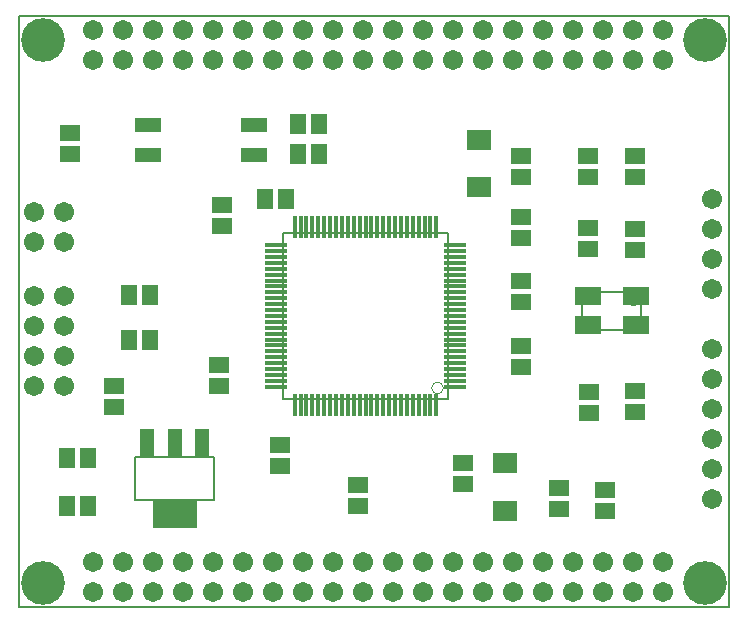
<source format=gts>
G04*
G04 #@! TF.GenerationSoftware,Altium Limited,Altium Designer,20.0.13 (296)*
G04*
G04 Layer_Color=8388736*
%FSLAX24Y24*%
%MOIN*%
G70*
G01*
G75*
%ADD15C,0.0080*%
%ADD16C,0.0039*%
%ADD26R,0.0659X0.0537*%
%ADD27R,0.0537X0.0659*%
%ADD28R,0.0867X0.0592*%
%ADD29R,0.0828X0.0663*%
%ADD30R,0.1458X0.0946*%
%ADD31R,0.0474X0.0946*%
%ADD32O,0.0749X0.0150*%
%ADD33O,0.0150X0.0749*%
%ADD34R,0.0867X0.0474*%
%ADD35C,0.0671*%
%ADD36C,0.1458*%
D15*
X23650Y18144D02*
Y19700D01*
X0D02*
X23650D01*
Y-0D02*
Y18144D01*
X0Y-0D02*
X23622D01*
X0D02*
Y19700D01*
X18778Y9248D02*
Y10507D01*
X20747Y9248D02*
Y10507D01*
X18778D02*
X20747D01*
X18778Y9248D02*
X20747D01*
X3870Y3557D02*
Y5013D01*
X6508Y3557D02*
Y5013D01*
X3870Y3557D02*
X6508D01*
X3870Y5013D02*
X6508D01*
X14306Y6944D02*
Y12456D01*
X8794Y6944D02*
Y12456D01*
Y6944D02*
X14306D01*
X8794Y12456D02*
X14306D01*
D16*
X20668Y10232D02*
G03*
X20668Y10232I-197J0D01*
G01*
X14148Y7298D02*
G03*
X14148Y7298I-197J0D01*
G01*
D26*
X1693Y15112D02*
D03*
Y15812D02*
D03*
X6650Y8051D02*
D03*
Y7350D02*
D03*
X16737Y10881D02*
D03*
Y10180D02*
D03*
Y8011D02*
D03*
Y8711D02*
D03*
X19000Y7173D02*
D03*
Y6472D02*
D03*
X20536Y6483D02*
D03*
Y7184D02*
D03*
X18950Y11918D02*
D03*
Y12619D02*
D03*
X20536Y11899D02*
D03*
Y12600D02*
D03*
X16737Y13001D02*
D03*
Y12300D02*
D03*
Y14328D02*
D03*
Y15028D02*
D03*
X18950Y15028D02*
D03*
Y14328D02*
D03*
X20536Y14328D02*
D03*
Y15028D02*
D03*
X19520Y3213D02*
D03*
Y3913D02*
D03*
X17985Y3250D02*
D03*
Y3950D02*
D03*
X14800Y4106D02*
D03*
Y4806D02*
D03*
X8699Y5385D02*
D03*
Y4684D02*
D03*
X11314Y4059D02*
D03*
Y3359D02*
D03*
X3155Y7377D02*
D03*
Y6676D02*
D03*
X6762Y13400D02*
D03*
Y12700D02*
D03*
D27*
X4351Y10397D02*
D03*
X3650D02*
D03*
Y8913D02*
D03*
X4351D02*
D03*
X9308Y16102D02*
D03*
X10009D02*
D03*
X9286Y15089D02*
D03*
X9987D02*
D03*
X8214Y13600D02*
D03*
X8915D02*
D03*
X2300Y4950D02*
D03*
X1599D02*
D03*
X2300Y3365D02*
D03*
X1599D02*
D03*
D28*
X18975Y9405D02*
D03*
X20550Y10350D02*
D03*
Y9405D02*
D03*
X18975Y10350D02*
D03*
D29*
X15319Y13997D02*
D03*
Y15571D02*
D03*
X16210Y4787D02*
D03*
Y3213D02*
D03*
D30*
X5189Y3104D02*
D03*
D31*
X4283Y5466D02*
D03*
X5189D02*
D03*
X6094D02*
D03*
D32*
X14522Y7338D02*
D03*
Y7535D02*
D03*
Y7732D02*
D03*
Y7928D02*
D03*
Y8125D02*
D03*
Y8322D02*
D03*
Y8519D02*
D03*
Y8716D02*
D03*
Y8913D02*
D03*
Y9109D02*
D03*
Y9306D02*
D03*
Y9503D02*
D03*
Y9700D02*
D03*
Y9897D02*
D03*
Y10094D02*
D03*
Y10291D02*
D03*
Y10487D02*
D03*
Y10684D02*
D03*
Y10881D02*
D03*
Y11078D02*
D03*
Y11275D02*
D03*
Y11472D02*
D03*
Y11669D02*
D03*
Y11865D02*
D03*
Y12062D02*
D03*
X8578D02*
D03*
Y11865D02*
D03*
Y11669D02*
D03*
Y11472D02*
D03*
Y11275D02*
D03*
Y11078D02*
D03*
Y10881D02*
D03*
Y10684D02*
D03*
Y10487D02*
D03*
Y10291D02*
D03*
Y10094D02*
D03*
Y9897D02*
D03*
Y9700D02*
D03*
Y9503D02*
D03*
Y9306D02*
D03*
Y9109D02*
D03*
Y8913D02*
D03*
Y8716D02*
D03*
Y8519D02*
D03*
Y8322D02*
D03*
Y8125D02*
D03*
Y7928D02*
D03*
Y7732D02*
D03*
Y7535D02*
D03*
Y7338D02*
D03*
D33*
X13912Y12672D02*
D03*
X13715D02*
D03*
X13519D02*
D03*
X13322D02*
D03*
X13125D02*
D03*
X12928D02*
D03*
X12731D02*
D03*
X12534D02*
D03*
X12337D02*
D03*
X12141D02*
D03*
X11944D02*
D03*
X11747D02*
D03*
X11550D02*
D03*
X11353D02*
D03*
X11156D02*
D03*
X10959D02*
D03*
X10763D02*
D03*
X10566D02*
D03*
X10369D02*
D03*
X10172D02*
D03*
X9975D02*
D03*
X9778D02*
D03*
X9582D02*
D03*
X9385D02*
D03*
X9188D02*
D03*
Y6728D02*
D03*
X9385D02*
D03*
X9582D02*
D03*
X9778D02*
D03*
X9975D02*
D03*
X10172D02*
D03*
X10369D02*
D03*
X10566D02*
D03*
X10763D02*
D03*
X10959D02*
D03*
X11156D02*
D03*
X11353D02*
D03*
X11550D02*
D03*
X11747D02*
D03*
X11944D02*
D03*
X12141D02*
D03*
X12337D02*
D03*
X12534D02*
D03*
X12731D02*
D03*
X12928D02*
D03*
X13125D02*
D03*
X13322D02*
D03*
X13519D02*
D03*
X13715D02*
D03*
X13912D02*
D03*
D34*
X4284Y15071D02*
D03*
Y16071D02*
D03*
X7827D02*
D03*
Y15071D02*
D03*
D35*
X23100Y10600D02*
D03*
Y11600D02*
D03*
Y12600D02*
D03*
Y13600D02*
D03*
Y3600D02*
D03*
Y4600D02*
D03*
Y5600D02*
D03*
Y6600D02*
D03*
Y7600D02*
D03*
Y8600D02*
D03*
X3450Y1484D02*
D03*
X2450Y484D02*
D03*
Y1484D02*
D03*
X3450Y484D02*
D03*
X4450D02*
D03*
Y1484D02*
D03*
X5450Y484D02*
D03*
Y1484D02*
D03*
X6450Y484D02*
D03*
Y1484D02*
D03*
X7450Y484D02*
D03*
Y1484D02*
D03*
X8450Y484D02*
D03*
Y1484D02*
D03*
X9450Y484D02*
D03*
Y1484D02*
D03*
X10450Y484D02*
D03*
Y1484D02*
D03*
X11450Y484D02*
D03*
Y1484D02*
D03*
X12450Y484D02*
D03*
Y1484D02*
D03*
X13450Y484D02*
D03*
Y1484D02*
D03*
X14450Y484D02*
D03*
Y1484D02*
D03*
X15450Y484D02*
D03*
Y1484D02*
D03*
X16450Y484D02*
D03*
Y1484D02*
D03*
X17450Y484D02*
D03*
Y1484D02*
D03*
X18450Y484D02*
D03*
Y1484D02*
D03*
X19450Y484D02*
D03*
Y1484D02*
D03*
X20450Y484D02*
D03*
Y1484D02*
D03*
X21450Y484D02*
D03*
Y1484D02*
D03*
X484Y12150D02*
D03*
X1484Y13150D02*
D03*
Y12150D02*
D03*
X484Y13150D02*
D03*
X1484Y7350D02*
D03*
X484D02*
D03*
X1484Y8350D02*
D03*
X484D02*
D03*
Y9350D02*
D03*
X1484Y10350D02*
D03*
X484D02*
D03*
X1484Y9350D02*
D03*
X3450Y19216D02*
D03*
X2450Y18216D02*
D03*
Y19216D02*
D03*
X3450Y18216D02*
D03*
X4450D02*
D03*
Y19216D02*
D03*
X5450Y18216D02*
D03*
Y19216D02*
D03*
X6450Y18216D02*
D03*
Y19216D02*
D03*
X7450Y18216D02*
D03*
Y19216D02*
D03*
X8450Y18216D02*
D03*
Y19216D02*
D03*
X9450Y18216D02*
D03*
Y19216D02*
D03*
X10450Y18216D02*
D03*
Y19216D02*
D03*
X11450Y18216D02*
D03*
Y19216D02*
D03*
X12450Y18216D02*
D03*
Y19216D02*
D03*
X13450Y18216D02*
D03*
Y19216D02*
D03*
X14450Y18216D02*
D03*
Y19216D02*
D03*
X15450Y18216D02*
D03*
Y19216D02*
D03*
X16450Y18216D02*
D03*
Y19216D02*
D03*
X17450Y18216D02*
D03*
Y19216D02*
D03*
X18450Y18216D02*
D03*
Y19216D02*
D03*
X19450Y18216D02*
D03*
Y19216D02*
D03*
X20450Y18216D02*
D03*
Y19216D02*
D03*
X21450Y18216D02*
D03*
Y19216D02*
D03*
D36*
X22863Y18898D02*
D03*
X787D02*
D03*
X22863Y787D02*
D03*
X787D02*
D03*
M02*

</source>
